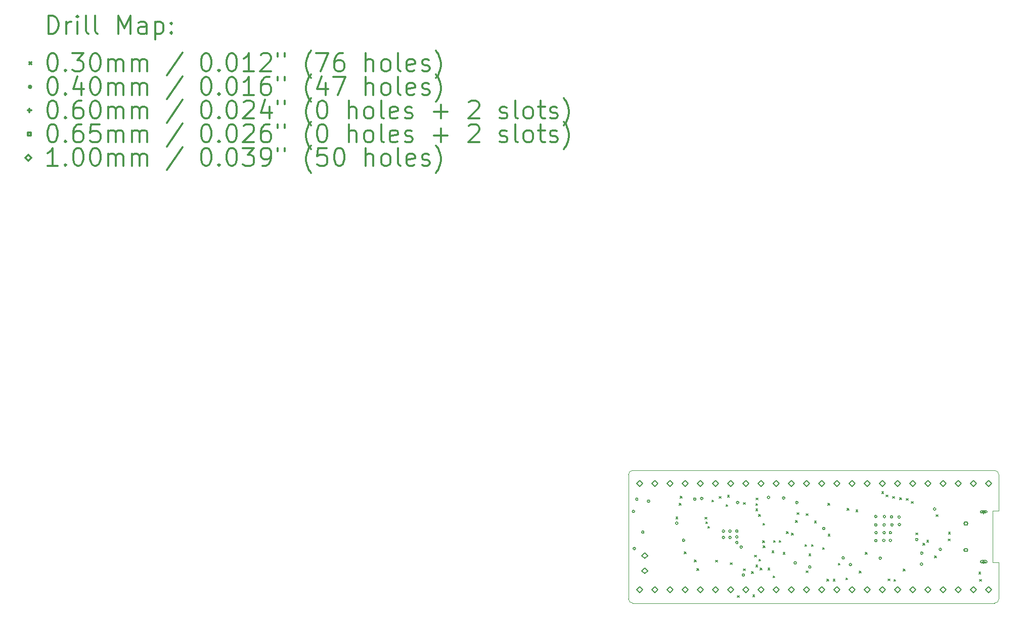
<source format=gbr>
%FSLAX45Y45*%
G04 Gerber Fmt 4.5, Leading zero omitted, Abs format (unit mm)*
G04 Created by KiCad (PCBNEW (5.1.5)-3) date 2020-06-05 17:01:06*
%MOMM*%
%LPD*%
G04 APERTURE LIST*
%TA.AperFunction,Profile*%
%ADD10C,0.050000*%
%TD*%
%ADD11C,0.200000*%
%ADD12C,0.300000*%
G04 APERTURE END LIST*
D10*
X10000000Y-7848000D02*
G75*
G02X10070000Y-7778000I70000J0D01*
G01*
X16130000Y-7778000D02*
G75*
G02X16200000Y-7848000I0J-70000D01*
G01*
X16200000Y-9930000D02*
G75*
G02X16130000Y-10000000I-70000J0D01*
G01*
X10070000Y-10000000D02*
G75*
G02X10000000Y-9930000I0J70000D01*
G01*
X16200000Y-9320000D02*
X16100000Y-9320000D01*
X16200000Y-8450000D02*
X16100000Y-8450000D01*
X16100000Y-9320000D02*
X16100000Y-8450000D01*
X16200000Y-9930000D02*
X16200000Y-9320000D01*
X10000000Y-7848000D02*
X10000000Y-9930000D01*
X16130000Y-7778000D02*
X10070000Y-7778000D01*
X16200000Y-8450000D02*
X16200000Y-7848000D01*
X10070000Y-10000000D02*
X16130000Y-10000000D01*
D11*
X10792700Y-8556399D02*
X10822700Y-8586399D01*
X10822700Y-8556399D02*
X10792700Y-8586399D01*
X10850000Y-8328750D02*
X10880000Y-8358750D01*
X10880000Y-8328750D02*
X10850000Y-8358750D01*
X10866000Y-8209000D02*
X10896000Y-8239000D01*
X10896000Y-8209000D02*
X10866000Y-8239000D01*
X10932400Y-9141700D02*
X10962400Y-9171700D01*
X10962400Y-9141700D02*
X10932400Y-9171700D01*
X11102600Y-9277400D02*
X11132600Y-9307400D01*
X11132600Y-9277400D02*
X11102600Y-9307400D01*
X11145950Y-9420950D02*
X11175950Y-9450950D01*
X11175950Y-9420950D02*
X11145950Y-9450950D01*
X11280400Y-8561000D02*
X11310400Y-8591000D01*
X11310400Y-8561000D02*
X11280400Y-8591000D01*
X11294350Y-8638800D02*
X11324350Y-8668800D01*
X11324350Y-8638800D02*
X11294350Y-8668800D01*
X11327400Y-8713400D02*
X11357400Y-8743400D01*
X11357400Y-8713400D02*
X11327400Y-8743400D01*
X11395000Y-8275000D02*
X11425000Y-8305000D01*
X11425000Y-8275000D02*
X11395000Y-8305000D01*
X11458200Y-9280150D02*
X11488200Y-9310150D01*
X11488200Y-9280150D02*
X11458200Y-9310150D01*
X11517442Y-8215242D02*
X11547442Y-8245242D01*
X11547442Y-8215242D02*
X11517442Y-8245242D01*
X11631229Y-8350001D02*
X11661229Y-8380001D01*
X11661229Y-8350001D02*
X11631229Y-8380001D01*
X11660000Y-8195000D02*
X11690000Y-8225000D01*
X11690000Y-8195000D02*
X11660000Y-8225000D01*
X11705850Y-9325000D02*
X11735850Y-9355000D01*
X11735850Y-9325000D02*
X11705850Y-9355000D01*
X11825000Y-9875000D02*
X11855000Y-9905000D01*
X11855000Y-9875000D02*
X11825000Y-9905000D01*
X11923000Y-8317000D02*
X11953000Y-8347000D01*
X11953000Y-8317000D02*
X11923000Y-8347000D01*
X11925000Y-9425000D02*
X11955000Y-9455000D01*
X11955000Y-9425000D02*
X11925000Y-9455000D01*
X12061450Y-9470650D02*
X12091450Y-9500650D01*
X12091450Y-9470650D02*
X12061450Y-9500650D01*
X12080000Y-9860000D02*
X12110000Y-9890000D01*
X12110000Y-9860000D02*
X12080000Y-9890000D01*
X12113037Y-9196966D02*
X12143037Y-9226966D01*
X12143037Y-9196966D02*
X12113037Y-9226966D01*
X12131300Y-8334000D02*
X12161300Y-8364000D01*
X12161300Y-8334000D02*
X12131300Y-8364000D01*
X12131300Y-8422900D02*
X12161300Y-8452900D01*
X12161300Y-8422900D02*
X12131300Y-8452900D01*
X12133338Y-9360001D02*
X12163338Y-9390001D01*
X12163338Y-9360001D02*
X12133338Y-9390001D01*
X12135741Y-8239569D02*
X12165741Y-8269569D01*
X12165741Y-8239569D02*
X12135741Y-8269569D01*
X12179781Y-8513050D02*
X12209781Y-8543050D01*
X12209781Y-8513050D02*
X12179781Y-8543050D01*
X12185000Y-9265000D02*
X12215000Y-9295000D01*
X12215000Y-9265000D02*
X12185000Y-9295000D01*
X12202675Y-9413001D02*
X12232675Y-9443001D01*
X12232675Y-9413001D02*
X12202675Y-9443001D01*
X12247223Y-8954096D02*
X12277223Y-8984096D01*
X12277223Y-8954096D02*
X12247223Y-8984096D01*
X12249782Y-8662271D02*
X12279782Y-8692271D01*
X12279782Y-8662271D02*
X12249782Y-8692271D01*
X12257000Y-9042000D02*
X12287000Y-9072000D01*
X12287000Y-9042000D02*
X12257000Y-9072000D01*
X12336561Y-9413439D02*
X12366561Y-9443439D01*
X12366561Y-9413439D02*
X12336561Y-9443439D01*
X12405000Y-9124000D02*
X12435000Y-9154000D01*
X12435000Y-9124000D02*
X12405000Y-9154000D01*
X12419938Y-9543061D02*
X12449938Y-9573061D01*
X12449938Y-9543061D02*
X12419938Y-9573061D01*
X12429000Y-8951759D02*
X12459000Y-8981759D01*
X12459000Y-8951759D02*
X12429000Y-8981759D01*
X12521000Y-8951759D02*
X12551000Y-8981759D01*
X12551000Y-8951759D02*
X12521000Y-8981759D01*
X12588002Y-9152000D02*
X12618002Y-9182000D01*
X12618002Y-9152000D02*
X12588002Y-9182000D01*
X12644999Y-8804986D02*
X12674999Y-8834986D01*
X12674999Y-8804986D02*
X12644999Y-8834986D01*
X12730000Y-8830000D02*
X12760000Y-8860000D01*
X12760000Y-8830000D02*
X12730000Y-8860000D01*
X12796800Y-8615500D02*
X12826800Y-8645500D01*
X12826800Y-8615500D02*
X12796800Y-8645500D01*
X12824000Y-8486000D02*
X12854000Y-8516000D01*
X12854000Y-8486000D02*
X12824000Y-8516000D01*
X12955000Y-9020759D02*
X12985000Y-9050759D01*
X12985000Y-9020759D02*
X12955000Y-9050759D01*
X12973000Y-8503000D02*
X13003000Y-8533000D01*
X13003000Y-8503000D02*
X12973000Y-8533000D01*
X12975308Y-9460890D02*
X13005308Y-9490890D01*
X13005308Y-9460890D02*
X12975308Y-9490890D01*
X13021000Y-9177000D02*
X13051000Y-9207000D01*
X13051000Y-9177000D02*
X13021000Y-9207000D01*
X13065000Y-9020759D02*
X13095000Y-9050759D01*
X13095000Y-9020759D02*
X13065000Y-9050759D01*
X13115000Y-8623000D02*
X13145000Y-8653000D01*
X13145000Y-8623000D02*
X13115000Y-8653000D01*
X13251000Y-9071000D02*
X13281000Y-9101000D01*
X13281000Y-9071000D02*
X13251000Y-9101000D01*
X13323000Y-9599000D02*
X13353000Y-9629000D01*
X13353000Y-9599000D02*
X13323000Y-9629000D01*
X13340000Y-8330000D02*
X13370000Y-8360000D01*
X13370000Y-8330000D02*
X13340000Y-8360000D01*
X13342000Y-8844000D02*
X13372000Y-8874000D01*
X13372000Y-8844000D02*
X13342000Y-8874000D01*
X13426000Y-9601000D02*
X13456000Y-9631000D01*
X13456000Y-9601000D02*
X13426000Y-9631000D01*
X13511000Y-9333000D02*
X13541000Y-9363000D01*
X13541000Y-9333000D02*
X13511000Y-9363000D01*
X13640000Y-9578000D02*
X13670000Y-9608000D01*
X13670000Y-9578000D02*
X13640000Y-9608000D01*
X13658837Y-8412187D02*
X13688837Y-8442187D01*
X13688837Y-8412187D02*
X13658837Y-8442187D01*
X13810000Y-8440000D02*
X13840000Y-8470000D01*
X13840000Y-8440000D02*
X13810000Y-8470000D01*
X13865000Y-9465000D02*
X13895000Y-9495000D01*
X13895000Y-9465000D02*
X13865000Y-9495000D01*
X13965000Y-9150000D02*
X13995000Y-9180000D01*
X13995000Y-9150000D02*
X13965000Y-9180000D01*
X14240000Y-8135000D02*
X14270000Y-8165000D01*
X14270000Y-8135000D02*
X14240000Y-8165000D01*
X14314216Y-8190241D02*
X14344216Y-8220241D01*
X14344216Y-8190241D02*
X14314216Y-8220241D01*
X14345000Y-9595000D02*
X14375000Y-9625000D01*
X14375000Y-9595000D02*
X14345000Y-9625000D01*
X14423000Y-8216000D02*
X14453000Y-8246000D01*
X14453000Y-8216000D02*
X14423000Y-8246000D01*
X14445000Y-9605000D02*
X14475000Y-9635000D01*
X14475000Y-9605000D02*
X14445000Y-9635000D01*
X14539547Y-8235219D02*
X14569547Y-8265219D01*
X14569547Y-8235219D02*
X14539547Y-8265219D01*
X14602200Y-9427800D02*
X14632200Y-9457800D01*
X14632200Y-9427800D02*
X14602200Y-9457800D01*
X14650000Y-8250000D02*
X14680000Y-8280000D01*
X14680000Y-8250000D02*
X14650000Y-8280000D01*
X14735000Y-8299000D02*
X14765000Y-8329000D01*
X14765000Y-8299000D02*
X14735000Y-8329000D01*
X14810000Y-8825000D02*
X14840000Y-8855000D01*
X14840000Y-8825000D02*
X14810000Y-8855000D01*
X14930000Y-9000000D02*
X14960000Y-9030000D01*
X14960000Y-9000000D02*
X14930000Y-9030000D01*
X14995000Y-8945000D02*
X15025000Y-8975000D01*
X15025000Y-8945000D02*
X14995000Y-8975000D01*
X15123704Y-9208463D02*
X15153704Y-9238463D01*
X15153704Y-9208463D02*
X15123704Y-9238463D01*
X15148800Y-8519400D02*
X15178800Y-8549400D01*
X15178800Y-8519400D02*
X15148800Y-8549400D01*
X15355000Y-8925000D02*
X15385000Y-8955000D01*
X15385000Y-8925000D02*
X15355000Y-8955000D01*
X15360000Y-8810000D02*
X15390000Y-8840000D01*
X15390000Y-8810000D02*
X15360000Y-8840000D01*
X15868000Y-9479000D02*
X15898000Y-9509000D01*
X15898000Y-9479000D02*
X15868000Y-9509000D01*
X15880000Y-9605000D02*
X15910000Y-9635000D01*
X15910000Y-9605000D02*
X15880000Y-9635000D01*
X10103000Y-8464000D02*
G75*
G03X10103000Y-8464000I-20000J0D01*
G01*
X10116500Y-9086850D02*
G75*
G03X10116500Y-9086850I-20000J0D01*
G01*
X10159000Y-8260000D02*
G75*
G03X10159000Y-8260000I-20000J0D01*
G01*
X10260000Y-8810000D02*
G75*
G03X10260000Y-8810000I-20000J0D01*
G01*
X10355800Y-8292100D02*
G75*
G03X10355800Y-8292100I-20000J0D01*
G01*
X10827700Y-8661400D02*
G75*
G03X10827700Y-8661400I-20000J0D01*
G01*
X10942000Y-8947150D02*
G75*
G03X10942000Y-8947150I-20000J0D01*
G01*
X11129000Y-8258000D02*
G75*
G03X11129000Y-8258000I-20000J0D01*
G01*
X11246000Y-8248000D02*
G75*
G03X11246000Y-8248000I-20000J0D01*
G01*
X11609240Y-8794240D02*
G75*
G03X11609240Y-8794240I-20000J0D01*
G01*
X11609240Y-8899240D02*
G75*
G03X11609240Y-8899240I-20000J0D01*
G01*
X11719240Y-8794240D02*
G75*
G03X11719240Y-8794240I-20000J0D01*
G01*
X11719240Y-8899240D02*
G75*
G03X11719240Y-8899240I-20000J0D01*
G01*
X11834240Y-8794240D02*
G75*
G03X11834240Y-8794240I-20000J0D01*
G01*
X11834240Y-8889240D02*
G75*
G03X11834240Y-8889240I-20000J0D01*
G01*
X11834240Y-8984240D02*
G75*
G03X11834240Y-8984240I-20000J0D01*
G01*
X11847344Y-8315794D02*
G75*
G03X11847344Y-8315794I-20000J0D01*
G01*
X11906348Y-9060174D02*
G75*
G03X11906348Y-9060174I-20000J0D01*
G01*
X11941801Y-9530202D02*
G75*
G03X11941801Y-9530202I-20000J0D01*
G01*
X12364400Y-8229600D02*
G75*
G03X12364400Y-8229600I-20000J0D01*
G01*
X12618454Y-8239558D02*
G75*
G03X12618454Y-8239558I-20000J0D01*
G01*
X12811000Y-9325000D02*
G75*
G03X12811000Y-9325000I-20000J0D01*
G01*
X12838996Y-8316251D02*
G75*
G03X12838996Y-8316251I-20000J0D01*
G01*
X13055000Y-9395000D02*
G75*
G03X13055000Y-9395000I-20000J0D01*
G01*
X13290000Y-8750000D02*
G75*
G03X13290000Y-8750000I-20000J0D01*
G01*
X13613800Y-9242600D02*
G75*
G03X13613800Y-9242600I-20000J0D01*
G01*
X13736126Y-9354759D02*
G75*
G03X13736126Y-9354759I-20000J0D01*
G01*
X14160000Y-8550000D02*
G75*
G03X14160000Y-8550000I-20000J0D01*
G01*
X14160000Y-8690000D02*
G75*
G03X14160000Y-8690000I-20000J0D01*
G01*
X14160000Y-8955000D02*
G75*
G03X14160000Y-8955000I-20000J0D01*
G01*
X14165000Y-8820000D02*
G75*
G03X14165000Y-8820000I-20000J0D01*
G01*
X14234591Y-9247043D02*
G75*
G03X14234591Y-9247043I-20000J0D01*
G01*
X14295000Y-8950000D02*
G75*
G03X14295000Y-8950000I-20000J0D01*
G01*
X14300000Y-8690000D02*
G75*
G03X14300000Y-8690000I-20000J0D01*
G01*
X14300000Y-8820000D02*
G75*
G03X14300000Y-8820000I-20000J0D01*
G01*
X14305000Y-8550000D02*
G75*
G03X14305000Y-8550000I-20000J0D01*
G01*
X14405000Y-8820000D02*
G75*
G03X14405000Y-8820000I-20000J0D01*
G01*
X14405000Y-8950000D02*
G75*
G03X14405000Y-8950000I-20000J0D01*
G01*
X14425000Y-8555000D02*
G75*
G03X14425000Y-8555000I-20000J0D01*
G01*
X14430000Y-8690000D02*
G75*
G03X14430000Y-8690000I-20000J0D01*
G01*
X14550000Y-8560000D02*
G75*
G03X14550000Y-8560000I-20000J0D01*
G01*
X14555000Y-8685000D02*
G75*
G03X14555000Y-8685000I-20000J0D01*
G01*
X14844959Y-8934974D02*
G75*
G03X14844959Y-8934974I-20000J0D01*
G01*
X14925135Y-9346473D02*
G75*
G03X14925135Y-9346473I-20000J0D01*
G01*
X14929800Y-9163050D02*
G75*
G03X14929800Y-9163050I-20000J0D01*
G01*
X15145000Y-8425000D02*
G75*
G03X15145000Y-8425000I-20000J0D01*
G01*
X15240000Y-9100000D02*
G75*
G03X15240000Y-9100000I-20000J0D01*
G01*
X15947500Y-8441500D02*
X15947500Y-8501500D01*
X15917500Y-8471500D02*
X15977500Y-8471500D01*
X15912500Y-8491500D02*
X15982500Y-8491500D01*
X15912500Y-8451500D02*
X15982500Y-8451500D01*
X15982500Y-8491500D02*
G75*
G03X15982500Y-8451500I0J20000D01*
G01*
X15912500Y-8451500D02*
G75*
G03X15912500Y-8491500I0J-20000D01*
G01*
X15947500Y-9276500D02*
X15947500Y-9336500D01*
X15917500Y-9306500D02*
X15977500Y-9306500D01*
X15912500Y-9326500D02*
X15982500Y-9326500D01*
X15912500Y-9286500D02*
X15982500Y-9286500D01*
X15982500Y-9326500D02*
G75*
G03X15982500Y-9286500I0J20000D01*
G01*
X15912500Y-9286500D02*
G75*
G03X15912500Y-9326500I0J-20000D01*
G01*
X15670481Y-8689481D02*
X15670481Y-8643519D01*
X15624519Y-8643519D01*
X15624519Y-8689481D01*
X15670481Y-8689481D01*
X15637500Y-8689000D02*
X15657500Y-8689000D01*
X15637500Y-8644000D02*
X15657500Y-8644000D01*
X15657500Y-8689000D02*
G75*
G03X15657500Y-8644000I0J22500D01*
G01*
X15637500Y-8644000D02*
G75*
G03X15637500Y-8689000I0J-22500D01*
G01*
X15670481Y-9134481D02*
X15670481Y-9088519D01*
X15624519Y-9088519D01*
X15624519Y-9134481D01*
X15670481Y-9134481D01*
X15637500Y-9134000D02*
X15657500Y-9134000D01*
X15637500Y-9089000D02*
X15657500Y-9089000D01*
X15657500Y-9134000D02*
G75*
G03X15657500Y-9089000I0J22500D01*
G01*
X15637500Y-9089000D02*
G75*
G03X15637500Y-9134000I0J-22500D01*
G01*
X10190000Y-8050000D02*
X10240000Y-8000000D01*
X10190000Y-7950000D01*
X10140000Y-8000000D01*
X10190000Y-8050000D01*
X10444000Y-8050000D02*
X10494000Y-8000000D01*
X10444000Y-7950000D01*
X10394000Y-8000000D01*
X10444000Y-8050000D01*
X10698000Y-8050000D02*
X10748000Y-8000000D01*
X10698000Y-7950000D01*
X10648000Y-8000000D01*
X10698000Y-8050000D01*
X10952000Y-8050000D02*
X11002000Y-8000000D01*
X10952000Y-7950000D01*
X10902000Y-8000000D01*
X10952000Y-8050000D01*
X11206000Y-8050000D02*
X11256000Y-8000000D01*
X11206000Y-7950000D01*
X11156000Y-8000000D01*
X11206000Y-8050000D01*
X11460000Y-8050000D02*
X11510000Y-8000000D01*
X11460000Y-7950000D01*
X11410000Y-8000000D01*
X11460000Y-8050000D01*
X11714000Y-8050000D02*
X11764000Y-8000000D01*
X11714000Y-7950000D01*
X11664000Y-8000000D01*
X11714000Y-8050000D01*
X11968000Y-8050000D02*
X12018000Y-8000000D01*
X11968000Y-7950000D01*
X11918000Y-8000000D01*
X11968000Y-8050000D01*
X12222000Y-8050000D02*
X12272000Y-8000000D01*
X12222000Y-7950000D01*
X12172000Y-8000000D01*
X12222000Y-8050000D01*
X12476000Y-8050000D02*
X12526000Y-8000000D01*
X12476000Y-7950000D01*
X12426000Y-8000000D01*
X12476000Y-8050000D01*
X12730000Y-8050000D02*
X12780000Y-8000000D01*
X12730000Y-7950000D01*
X12680000Y-8000000D01*
X12730000Y-8050000D01*
X12984000Y-8050000D02*
X13034000Y-8000000D01*
X12984000Y-7950000D01*
X12934000Y-8000000D01*
X12984000Y-8050000D01*
X13238000Y-8050000D02*
X13288000Y-8000000D01*
X13238000Y-7950000D01*
X13188000Y-8000000D01*
X13238000Y-8050000D01*
X13492000Y-8050000D02*
X13542000Y-8000000D01*
X13492000Y-7950000D01*
X13442000Y-8000000D01*
X13492000Y-8050000D01*
X13746000Y-8050000D02*
X13796000Y-8000000D01*
X13746000Y-7950000D01*
X13696000Y-8000000D01*
X13746000Y-8050000D01*
X14000000Y-8050000D02*
X14050000Y-8000000D01*
X14000000Y-7950000D01*
X13950000Y-8000000D01*
X14000000Y-8050000D01*
X14254000Y-8050000D02*
X14304000Y-8000000D01*
X14254000Y-7950000D01*
X14204000Y-8000000D01*
X14254000Y-8050000D01*
X14508000Y-8050000D02*
X14558000Y-8000000D01*
X14508000Y-7950000D01*
X14458000Y-8000000D01*
X14508000Y-8050000D01*
X14762000Y-8050000D02*
X14812000Y-8000000D01*
X14762000Y-7950000D01*
X14712000Y-8000000D01*
X14762000Y-8050000D01*
X15016000Y-8050000D02*
X15066000Y-8000000D01*
X15016000Y-7950000D01*
X14966000Y-8000000D01*
X15016000Y-8050000D01*
X15270000Y-8050000D02*
X15320000Y-8000000D01*
X15270000Y-7950000D01*
X15220000Y-8000000D01*
X15270000Y-8050000D01*
X15524000Y-8050000D02*
X15574000Y-8000000D01*
X15524000Y-7950000D01*
X15474000Y-8000000D01*
X15524000Y-8050000D01*
X15778000Y-8050000D02*
X15828000Y-8000000D01*
X15778000Y-7950000D01*
X15728000Y-8000000D01*
X15778000Y-8050000D01*
X16032000Y-8050000D02*
X16082000Y-8000000D01*
X16032000Y-7950000D01*
X15982000Y-8000000D01*
X16032000Y-8050000D01*
X10190000Y-9828000D02*
X10240000Y-9778000D01*
X10190000Y-9728000D01*
X10140000Y-9778000D01*
X10190000Y-9828000D01*
X10444000Y-9828000D02*
X10494000Y-9778000D01*
X10444000Y-9728000D01*
X10394000Y-9778000D01*
X10444000Y-9828000D01*
X10698000Y-9828000D02*
X10748000Y-9778000D01*
X10698000Y-9728000D01*
X10648000Y-9778000D01*
X10698000Y-9828000D01*
X10952000Y-9828000D02*
X11002000Y-9778000D01*
X10952000Y-9728000D01*
X10902000Y-9778000D01*
X10952000Y-9828000D01*
X11206000Y-9828000D02*
X11256000Y-9778000D01*
X11206000Y-9728000D01*
X11156000Y-9778000D01*
X11206000Y-9828000D01*
X11460000Y-9828000D02*
X11510000Y-9778000D01*
X11460000Y-9728000D01*
X11410000Y-9778000D01*
X11460000Y-9828000D01*
X11714000Y-9828000D02*
X11764000Y-9778000D01*
X11714000Y-9728000D01*
X11664000Y-9778000D01*
X11714000Y-9828000D01*
X11968000Y-9828000D02*
X12018000Y-9778000D01*
X11968000Y-9728000D01*
X11918000Y-9778000D01*
X11968000Y-9828000D01*
X12222000Y-9828000D02*
X12272000Y-9778000D01*
X12222000Y-9728000D01*
X12172000Y-9778000D01*
X12222000Y-9828000D01*
X12476000Y-9828000D02*
X12526000Y-9778000D01*
X12476000Y-9728000D01*
X12426000Y-9778000D01*
X12476000Y-9828000D01*
X12730000Y-9828000D02*
X12780000Y-9778000D01*
X12730000Y-9728000D01*
X12680000Y-9778000D01*
X12730000Y-9828000D01*
X12984000Y-9828000D02*
X13034000Y-9778000D01*
X12984000Y-9728000D01*
X12934000Y-9778000D01*
X12984000Y-9828000D01*
X13238000Y-9828000D02*
X13288000Y-9778000D01*
X13238000Y-9728000D01*
X13188000Y-9778000D01*
X13238000Y-9828000D01*
X13492000Y-9828000D02*
X13542000Y-9778000D01*
X13492000Y-9728000D01*
X13442000Y-9778000D01*
X13492000Y-9828000D01*
X13746000Y-9828000D02*
X13796000Y-9778000D01*
X13746000Y-9728000D01*
X13696000Y-9778000D01*
X13746000Y-9828000D01*
X14000000Y-9828000D02*
X14050000Y-9778000D01*
X14000000Y-9728000D01*
X13950000Y-9778000D01*
X14000000Y-9828000D01*
X14254000Y-9828000D02*
X14304000Y-9778000D01*
X14254000Y-9728000D01*
X14204000Y-9778000D01*
X14254000Y-9828000D01*
X14508000Y-9828000D02*
X14558000Y-9778000D01*
X14508000Y-9728000D01*
X14458000Y-9778000D01*
X14508000Y-9828000D01*
X14762000Y-9828000D02*
X14812000Y-9778000D01*
X14762000Y-9728000D01*
X14712000Y-9778000D01*
X14762000Y-9828000D01*
X15016000Y-9828000D02*
X15066000Y-9778000D01*
X15016000Y-9728000D01*
X14966000Y-9778000D01*
X15016000Y-9828000D01*
X15270000Y-9828000D02*
X15320000Y-9778000D01*
X15270000Y-9728000D01*
X15220000Y-9778000D01*
X15270000Y-9828000D01*
X15524000Y-9828000D02*
X15574000Y-9778000D01*
X15524000Y-9728000D01*
X15474000Y-9778000D01*
X15524000Y-9828000D01*
X15778000Y-9828000D02*
X15828000Y-9778000D01*
X15778000Y-9728000D01*
X15728000Y-9778000D01*
X15778000Y-9828000D01*
X16032000Y-9828000D02*
X16082000Y-9778000D01*
X16032000Y-9728000D01*
X15982000Y-9778000D01*
X16032000Y-9828000D01*
X10270000Y-9254000D02*
X10320000Y-9204000D01*
X10270000Y-9154000D01*
X10220000Y-9204000D01*
X10270000Y-9254000D01*
X10270000Y-9508000D02*
X10320000Y-9458000D01*
X10270000Y-9408000D01*
X10220000Y-9458000D01*
X10270000Y-9508000D01*
D12*
X286429Y-465714D02*
X286429Y-165714D01*
X357857Y-165714D01*
X400714Y-180000D01*
X429286Y-208571D01*
X443571Y-237143D01*
X457857Y-294286D01*
X457857Y-337143D01*
X443571Y-394286D01*
X429286Y-422857D01*
X400714Y-451428D01*
X357857Y-465714D01*
X286429Y-465714D01*
X586429Y-465714D02*
X586429Y-265714D01*
X586429Y-322857D02*
X600714Y-294286D01*
X615000Y-280000D01*
X643571Y-265714D01*
X672143Y-265714D01*
X772143Y-465714D02*
X772143Y-265714D01*
X772143Y-165714D02*
X757857Y-180000D01*
X772143Y-194286D01*
X786428Y-180000D01*
X772143Y-165714D01*
X772143Y-194286D01*
X957857Y-465714D02*
X929286Y-451428D01*
X915000Y-422857D01*
X915000Y-165714D01*
X1115000Y-465714D02*
X1086429Y-451428D01*
X1072143Y-422857D01*
X1072143Y-165714D01*
X1457857Y-465714D02*
X1457857Y-165714D01*
X1557857Y-380000D01*
X1657857Y-165714D01*
X1657857Y-465714D01*
X1929286Y-465714D02*
X1929286Y-308571D01*
X1915000Y-280000D01*
X1886428Y-265714D01*
X1829286Y-265714D01*
X1800714Y-280000D01*
X1929286Y-451428D02*
X1900714Y-465714D01*
X1829286Y-465714D01*
X1800714Y-451428D01*
X1786428Y-422857D01*
X1786428Y-394286D01*
X1800714Y-365714D01*
X1829286Y-351428D01*
X1900714Y-351428D01*
X1929286Y-337143D01*
X2072143Y-265714D02*
X2072143Y-565714D01*
X2072143Y-280000D02*
X2100714Y-265714D01*
X2157857Y-265714D01*
X2186429Y-280000D01*
X2200714Y-294286D01*
X2215000Y-322857D01*
X2215000Y-408571D01*
X2200714Y-437143D01*
X2186429Y-451428D01*
X2157857Y-465714D01*
X2100714Y-465714D01*
X2072143Y-451428D01*
X2343571Y-437143D02*
X2357857Y-451428D01*
X2343571Y-465714D01*
X2329286Y-451428D01*
X2343571Y-437143D01*
X2343571Y-465714D01*
X2343571Y-280000D02*
X2357857Y-294286D01*
X2343571Y-308571D01*
X2329286Y-294286D01*
X2343571Y-280000D01*
X2343571Y-308571D01*
X-30000Y-945000D02*
X0Y-975000D01*
X0Y-945000D02*
X-30000Y-975000D01*
X343571Y-795714D02*
X372143Y-795714D01*
X400714Y-810000D01*
X415000Y-824286D01*
X429286Y-852857D01*
X443571Y-910000D01*
X443571Y-981428D01*
X429286Y-1038571D01*
X415000Y-1067143D01*
X400714Y-1081429D01*
X372143Y-1095714D01*
X343571Y-1095714D01*
X315000Y-1081429D01*
X300714Y-1067143D01*
X286429Y-1038571D01*
X272143Y-981428D01*
X272143Y-910000D01*
X286429Y-852857D01*
X300714Y-824286D01*
X315000Y-810000D01*
X343571Y-795714D01*
X572143Y-1067143D02*
X586429Y-1081429D01*
X572143Y-1095714D01*
X557857Y-1081429D01*
X572143Y-1067143D01*
X572143Y-1095714D01*
X686429Y-795714D02*
X872143Y-795714D01*
X772143Y-910000D01*
X815000Y-910000D01*
X843571Y-924286D01*
X857857Y-938571D01*
X872143Y-967143D01*
X872143Y-1038571D01*
X857857Y-1067143D01*
X843571Y-1081429D01*
X815000Y-1095714D01*
X729286Y-1095714D01*
X700714Y-1081429D01*
X686429Y-1067143D01*
X1057857Y-795714D02*
X1086429Y-795714D01*
X1115000Y-810000D01*
X1129286Y-824286D01*
X1143571Y-852857D01*
X1157857Y-910000D01*
X1157857Y-981428D01*
X1143571Y-1038571D01*
X1129286Y-1067143D01*
X1115000Y-1081429D01*
X1086429Y-1095714D01*
X1057857Y-1095714D01*
X1029286Y-1081429D01*
X1015000Y-1067143D01*
X1000714Y-1038571D01*
X986428Y-981428D01*
X986428Y-910000D01*
X1000714Y-852857D01*
X1015000Y-824286D01*
X1029286Y-810000D01*
X1057857Y-795714D01*
X1286429Y-1095714D02*
X1286429Y-895714D01*
X1286429Y-924286D02*
X1300714Y-910000D01*
X1329286Y-895714D01*
X1372143Y-895714D01*
X1400714Y-910000D01*
X1415000Y-938571D01*
X1415000Y-1095714D01*
X1415000Y-938571D02*
X1429286Y-910000D01*
X1457857Y-895714D01*
X1500714Y-895714D01*
X1529286Y-910000D01*
X1543571Y-938571D01*
X1543571Y-1095714D01*
X1686428Y-1095714D02*
X1686428Y-895714D01*
X1686428Y-924286D02*
X1700714Y-910000D01*
X1729286Y-895714D01*
X1772143Y-895714D01*
X1800714Y-910000D01*
X1815000Y-938571D01*
X1815000Y-1095714D01*
X1815000Y-938571D02*
X1829286Y-910000D01*
X1857857Y-895714D01*
X1900714Y-895714D01*
X1929286Y-910000D01*
X1943571Y-938571D01*
X1943571Y-1095714D01*
X2529286Y-781428D02*
X2272143Y-1167143D01*
X2915000Y-795714D02*
X2943571Y-795714D01*
X2972143Y-810000D01*
X2986428Y-824286D01*
X3000714Y-852857D01*
X3015000Y-910000D01*
X3015000Y-981428D01*
X3000714Y-1038571D01*
X2986428Y-1067143D01*
X2972143Y-1081429D01*
X2943571Y-1095714D01*
X2915000Y-1095714D01*
X2886428Y-1081429D01*
X2872143Y-1067143D01*
X2857857Y-1038571D01*
X2843571Y-981428D01*
X2843571Y-910000D01*
X2857857Y-852857D01*
X2872143Y-824286D01*
X2886428Y-810000D01*
X2915000Y-795714D01*
X3143571Y-1067143D02*
X3157857Y-1081429D01*
X3143571Y-1095714D01*
X3129286Y-1081429D01*
X3143571Y-1067143D01*
X3143571Y-1095714D01*
X3343571Y-795714D02*
X3372143Y-795714D01*
X3400714Y-810000D01*
X3415000Y-824286D01*
X3429286Y-852857D01*
X3443571Y-910000D01*
X3443571Y-981428D01*
X3429286Y-1038571D01*
X3415000Y-1067143D01*
X3400714Y-1081429D01*
X3372143Y-1095714D01*
X3343571Y-1095714D01*
X3315000Y-1081429D01*
X3300714Y-1067143D01*
X3286428Y-1038571D01*
X3272143Y-981428D01*
X3272143Y-910000D01*
X3286428Y-852857D01*
X3300714Y-824286D01*
X3315000Y-810000D01*
X3343571Y-795714D01*
X3729286Y-1095714D02*
X3557857Y-1095714D01*
X3643571Y-1095714D02*
X3643571Y-795714D01*
X3615000Y-838571D01*
X3586428Y-867143D01*
X3557857Y-881428D01*
X3843571Y-824286D02*
X3857857Y-810000D01*
X3886428Y-795714D01*
X3957857Y-795714D01*
X3986428Y-810000D01*
X4000714Y-824286D01*
X4015000Y-852857D01*
X4015000Y-881428D01*
X4000714Y-924286D01*
X3829286Y-1095714D01*
X4015000Y-1095714D01*
X4129286Y-795714D02*
X4129286Y-852857D01*
X4243571Y-795714D02*
X4243571Y-852857D01*
X4686429Y-1210000D02*
X4672143Y-1195714D01*
X4643571Y-1152857D01*
X4629286Y-1124286D01*
X4615000Y-1081429D01*
X4600714Y-1010000D01*
X4600714Y-952857D01*
X4615000Y-881428D01*
X4629286Y-838571D01*
X4643571Y-810000D01*
X4672143Y-767143D01*
X4686429Y-752857D01*
X4772143Y-795714D02*
X4972143Y-795714D01*
X4843571Y-1095714D01*
X5215000Y-795714D02*
X5157857Y-795714D01*
X5129286Y-810000D01*
X5115000Y-824286D01*
X5086429Y-867143D01*
X5072143Y-924286D01*
X5072143Y-1038571D01*
X5086429Y-1067143D01*
X5100714Y-1081429D01*
X5129286Y-1095714D01*
X5186429Y-1095714D01*
X5215000Y-1081429D01*
X5229286Y-1067143D01*
X5243571Y-1038571D01*
X5243571Y-967143D01*
X5229286Y-938571D01*
X5215000Y-924286D01*
X5186429Y-910000D01*
X5129286Y-910000D01*
X5100714Y-924286D01*
X5086429Y-938571D01*
X5072143Y-967143D01*
X5600714Y-1095714D02*
X5600714Y-795714D01*
X5729286Y-1095714D02*
X5729286Y-938571D01*
X5715000Y-910000D01*
X5686428Y-895714D01*
X5643571Y-895714D01*
X5615000Y-910000D01*
X5600714Y-924286D01*
X5915000Y-1095714D02*
X5886428Y-1081429D01*
X5872143Y-1067143D01*
X5857857Y-1038571D01*
X5857857Y-952857D01*
X5872143Y-924286D01*
X5886428Y-910000D01*
X5915000Y-895714D01*
X5957857Y-895714D01*
X5986428Y-910000D01*
X6000714Y-924286D01*
X6015000Y-952857D01*
X6015000Y-1038571D01*
X6000714Y-1067143D01*
X5986428Y-1081429D01*
X5957857Y-1095714D01*
X5915000Y-1095714D01*
X6186428Y-1095714D02*
X6157857Y-1081429D01*
X6143571Y-1052857D01*
X6143571Y-795714D01*
X6415000Y-1081429D02*
X6386428Y-1095714D01*
X6329286Y-1095714D01*
X6300714Y-1081429D01*
X6286428Y-1052857D01*
X6286428Y-938571D01*
X6300714Y-910000D01*
X6329286Y-895714D01*
X6386428Y-895714D01*
X6415000Y-910000D01*
X6429286Y-938571D01*
X6429286Y-967143D01*
X6286428Y-995714D01*
X6543571Y-1081429D02*
X6572143Y-1095714D01*
X6629286Y-1095714D01*
X6657857Y-1081429D01*
X6672143Y-1052857D01*
X6672143Y-1038571D01*
X6657857Y-1010000D01*
X6629286Y-995714D01*
X6586428Y-995714D01*
X6557857Y-981428D01*
X6543571Y-952857D01*
X6543571Y-938571D01*
X6557857Y-910000D01*
X6586428Y-895714D01*
X6629286Y-895714D01*
X6657857Y-910000D01*
X6772143Y-1210000D02*
X6786428Y-1195714D01*
X6815000Y-1152857D01*
X6829286Y-1124286D01*
X6843571Y-1081429D01*
X6857857Y-1010000D01*
X6857857Y-952857D01*
X6843571Y-881428D01*
X6829286Y-838571D01*
X6815000Y-810000D01*
X6786428Y-767143D01*
X6772143Y-752857D01*
X0Y-1356000D02*
G75*
G03X0Y-1356000I-20000J0D01*
G01*
X343571Y-1191714D02*
X372143Y-1191714D01*
X400714Y-1206000D01*
X415000Y-1220286D01*
X429286Y-1248857D01*
X443571Y-1306000D01*
X443571Y-1377429D01*
X429286Y-1434571D01*
X415000Y-1463143D01*
X400714Y-1477428D01*
X372143Y-1491714D01*
X343571Y-1491714D01*
X315000Y-1477428D01*
X300714Y-1463143D01*
X286429Y-1434571D01*
X272143Y-1377429D01*
X272143Y-1306000D01*
X286429Y-1248857D01*
X300714Y-1220286D01*
X315000Y-1206000D01*
X343571Y-1191714D01*
X572143Y-1463143D02*
X586429Y-1477428D01*
X572143Y-1491714D01*
X557857Y-1477428D01*
X572143Y-1463143D01*
X572143Y-1491714D01*
X843571Y-1291714D02*
X843571Y-1491714D01*
X772143Y-1177429D02*
X700714Y-1391714D01*
X886428Y-1391714D01*
X1057857Y-1191714D02*
X1086429Y-1191714D01*
X1115000Y-1206000D01*
X1129286Y-1220286D01*
X1143571Y-1248857D01*
X1157857Y-1306000D01*
X1157857Y-1377429D01*
X1143571Y-1434571D01*
X1129286Y-1463143D01*
X1115000Y-1477428D01*
X1086429Y-1491714D01*
X1057857Y-1491714D01*
X1029286Y-1477428D01*
X1015000Y-1463143D01*
X1000714Y-1434571D01*
X986428Y-1377429D01*
X986428Y-1306000D01*
X1000714Y-1248857D01*
X1015000Y-1220286D01*
X1029286Y-1206000D01*
X1057857Y-1191714D01*
X1286429Y-1491714D02*
X1286429Y-1291714D01*
X1286429Y-1320286D02*
X1300714Y-1306000D01*
X1329286Y-1291714D01*
X1372143Y-1291714D01*
X1400714Y-1306000D01*
X1415000Y-1334571D01*
X1415000Y-1491714D01*
X1415000Y-1334571D02*
X1429286Y-1306000D01*
X1457857Y-1291714D01*
X1500714Y-1291714D01*
X1529286Y-1306000D01*
X1543571Y-1334571D01*
X1543571Y-1491714D01*
X1686428Y-1491714D02*
X1686428Y-1291714D01*
X1686428Y-1320286D02*
X1700714Y-1306000D01*
X1729286Y-1291714D01*
X1772143Y-1291714D01*
X1800714Y-1306000D01*
X1815000Y-1334571D01*
X1815000Y-1491714D01*
X1815000Y-1334571D02*
X1829286Y-1306000D01*
X1857857Y-1291714D01*
X1900714Y-1291714D01*
X1929286Y-1306000D01*
X1943571Y-1334571D01*
X1943571Y-1491714D01*
X2529286Y-1177429D02*
X2272143Y-1563143D01*
X2915000Y-1191714D02*
X2943571Y-1191714D01*
X2972143Y-1206000D01*
X2986428Y-1220286D01*
X3000714Y-1248857D01*
X3015000Y-1306000D01*
X3015000Y-1377429D01*
X3000714Y-1434571D01*
X2986428Y-1463143D01*
X2972143Y-1477428D01*
X2943571Y-1491714D01*
X2915000Y-1491714D01*
X2886428Y-1477428D01*
X2872143Y-1463143D01*
X2857857Y-1434571D01*
X2843571Y-1377429D01*
X2843571Y-1306000D01*
X2857857Y-1248857D01*
X2872143Y-1220286D01*
X2886428Y-1206000D01*
X2915000Y-1191714D01*
X3143571Y-1463143D02*
X3157857Y-1477428D01*
X3143571Y-1491714D01*
X3129286Y-1477428D01*
X3143571Y-1463143D01*
X3143571Y-1491714D01*
X3343571Y-1191714D02*
X3372143Y-1191714D01*
X3400714Y-1206000D01*
X3415000Y-1220286D01*
X3429286Y-1248857D01*
X3443571Y-1306000D01*
X3443571Y-1377429D01*
X3429286Y-1434571D01*
X3415000Y-1463143D01*
X3400714Y-1477428D01*
X3372143Y-1491714D01*
X3343571Y-1491714D01*
X3315000Y-1477428D01*
X3300714Y-1463143D01*
X3286428Y-1434571D01*
X3272143Y-1377429D01*
X3272143Y-1306000D01*
X3286428Y-1248857D01*
X3300714Y-1220286D01*
X3315000Y-1206000D01*
X3343571Y-1191714D01*
X3729286Y-1491714D02*
X3557857Y-1491714D01*
X3643571Y-1491714D02*
X3643571Y-1191714D01*
X3615000Y-1234571D01*
X3586428Y-1263143D01*
X3557857Y-1277429D01*
X3986428Y-1191714D02*
X3929286Y-1191714D01*
X3900714Y-1206000D01*
X3886428Y-1220286D01*
X3857857Y-1263143D01*
X3843571Y-1320286D01*
X3843571Y-1434571D01*
X3857857Y-1463143D01*
X3872143Y-1477428D01*
X3900714Y-1491714D01*
X3957857Y-1491714D01*
X3986428Y-1477428D01*
X4000714Y-1463143D01*
X4015000Y-1434571D01*
X4015000Y-1363143D01*
X4000714Y-1334571D01*
X3986428Y-1320286D01*
X3957857Y-1306000D01*
X3900714Y-1306000D01*
X3872143Y-1320286D01*
X3857857Y-1334571D01*
X3843571Y-1363143D01*
X4129286Y-1191714D02*
X4129286Y-1248857D01*
X4243571Y-1191714D02*
X4243571Y-1248857D01*
X4686429Y-1606000D02*
X4672143Y-1591714D01*
X4643571Y-1548857D01*
X4629286Y-1520286D01*
X4615000Y-1477428D01*
X4600714Y-1406000D01*
X4600714Y-1348857D01*
X4615000Y-1277429D01*
X4629286Y-1234571D01*
X4643571Y-1206000D01*
X4672143Y-1163143D01*
X4686429Y-1148857D01*
X4929286Y-1291714D02*
X4929286Y-1491714D01*
X4857857Y-1177429D02*
X4786429Y-1391714D01*
X4972143Y-1391714D01*
X5057857Y-1191714D02*
X5257857Y-1191714D01*
X5129286Y-1491714D01*
X5600714Y-1491714D02*
X5600714Y-1191714D01*
X5729286Y-1491714D02*
X5729286Y-1334571D01*
X5715000Y-1306000D01*
X5686428Y-1291714D01*
X5643571Y-1291714D01*
X5615000Y-1306000D01*
X5600714Y-1320286D01*
X5915000Y-1491714D02*
X5886428Y-1477428D01*
X5872143Y-1463143D01*
X5857857Y-1434571D01*
X5857857Y-1348857D01*
X5872143Y-1320286D01*
X5886428Y-1306000D01*
X5915000Y-1291714D01*
X5957857Y-1291714D01*
X5986428Y-1306000D01*
X6000714Y-1320286D01*
X6015000Y-1348857D01*
X6015000Y-1434571D01*
X6000714Y-1463143D01*
X5986428Y-1477428D01*
X5957857Y-1491714D01*
X5915000Y-1491714D01*
X6186428Y-1491714D02*
X6157857Y-1477428D01*
X6143571Y-1448857D01*
X6143571Y-1191714D01*
X6415000Y-1477428D02*
X6386428Y-1491714D01*
X6329286Y-1491714D01*
X6300714Y-1477428D01*
X6286428Y-1448857D01*
X6286428Y-1334571D01*
X6300714Y-1306000D01*
X6329286Y-1291714D01*
X6386428Y-1291714D01*
X6415000Y-1306000D01*
X6429286Y-1334571D01*
X6429286Y-1363143D01*
X6286428Y-1391714D01*
X6543571Y-1477428D02*
X6572143Y-1491714D01*
X6629286Y-1491714D01*
X6657857Y-1477428D01*
X6672143Y-1448857D01*
X6672143Y-1434571D01*
X6657857Y-1406000D01*
X6629286Y-1391714D01*
X6586428Y-1391714D01*
X6557857Y-1377429D01*
X6543571Y-1348857D01*
X6543571Y-1334571D01*
X6557857Y-1306000D01*
X6586428Y-1291714D01*
X6629286Y-1291714D01*
X6657857Y-1306000D01*
X6772143Y-1606000D02*
X6786428Y-1591714D01*
X6815000Y-1548857D01*
X6829286Y-1520286D01*
X6843571Y-1477428D01*
X6857857Y-1406000D01*
X6857857Y-1348857D01*
X6843571Y-1277429D01*
X6829286Y-1234571D01*
X6815000Y-1206000D01*
X6786428Y-1163143D01*
X6772143Y-1148857D01*
X-30000Y-1722000D02*
X-30000Y-1782000D01*
X-60000Y-1752000D02*
X0Y-1752000D01*
X343571Y-1587714D02*
X372143Y-1587714D01*
X400714Y-1602000D01*
X415000Y-1616286D01*
X429286Y-1644857D01*
X443571Y-1702000D01*
X443571Y-1773428D01*
X429286Y-1830571D01*
X415000Y-1859143D01*
X400714Y-1873428D01*
X372143Y-1887714D01*
X343571Y-1887714D01*
X315000Y-1873428D01*
X300714Y-1859143D01*
X286429Y-1830571D01*
X272143Y-1773428D01*
X272143Y-1702000D01*
X286429Y-1644857D01*
X300714Y-1616286D01*
X315000Y-1602000D01*
X343571Y-1587714D01*
X572143Y-1859143D02*
X586429Y-1873428D01*
X572143Y-1887714D01*
X557857Y-1873428D01*
X572143Y-1859143D01*
X572143Y-1887714D01*
X843571Y-1587714D02*
X786428Y-1587714D01*
X757857Y-1602000D01*
X743571Y-1616286D01*
X715000Y-1659143D01*
X700714Y-1716286D01*
X700714Y-1830571D01*
X715000Y-1859143D01*
X729286Y-1873428D01*
X757857Y-1887714D01*
X815000Y-1887714D01*
X843571Y-1873428D01*
X857857Y-1859143D01*
X872143Y-1830571D01*
X872143Y-1759143D01*
X857857Y-1730571D01*
X843571Y-1716286D01*
X815000Y-1702000D01*
X757857Y-1702000D01*
X729286Y-1716286D01*
X715000Y-1730571D01*
X700714Y-1759143D01*
X1057857Y-1587714D02*
X1086429Y-1587714D01*
X1115000Y-1602000D01*
X1129286Y-1616286D01*
X1143571Y-1644857D01*
X1157857Y-1702000D01*
X1157857Y-1773428D01*
X1143571Y-1830571D01*
X1129286Y-1859143D01*
X1115000Y-1873428D01*
X1086429Y-1887714D01*
X1057857Y-1887714D01*
X1029286Y-1873428D01*
X1015000Y-1859143D01*
X1000714Y-1830571D01*
X986428Y-1773428D01*
X986428Y-1702000D01*
X1000714Y-1644857D01*
X1015000Y-1616286D01*
X1029286Y-1602000D01*
X1057857Y-1587714D01*
X1286429Y-1887714D02*
X1286429Y-1687714D01*
X1286429Y-1716286D02*
X1300714Y-1702000D01*
X1329286Y-1687714D01*
X1372143Y-1687714D01*
X1400714Y-1702000D01*
X1415000Y-1730571D01*
X1415000Y-1887714D01*
X1415000Y-1730571D02*
X1429286Y-1702000D01*
X1457857Y-1687714D01*
X1500714Y-1687714D01*
X1529286Y-1702000D01*
X1543571Y-1730571D01*
X1543571Y-1887714D01*
X1686428Y-1887714D02*
X1686428Y-1687714D01*
X1686428Y-1716286D02*
X1700714Y-1702000D01*
X1729286Y-1687714D01*
X1772143Y-1687714D01*
X1800714Y-1702000D01*
X1815000Y-1730571D01*
X1815000Y-1887714D01*
X1815000Y-1730571D02*
X1829286Y-1702000D01*
X1857857Y-1687714D01*
X1900714Y-1687714D01*
X1929286Y-1702000D01*
X1943571Y-1730571D01*
X1943571Y-1887714D01*
X2529286Y-1573428D02*
X2272143Y-1959143D01*
X2915000Y-1587714D02*
X2943571Y-1587714D01*
X2972143Y-1602000D01*
X2986428Y-1616286D01*
X3000714Y-1644857D01*
X3015000Y-1702000D01*
X3015000Y-1773428D01*
X3000714Y-1830571D01*
X2986428Y-1859143D01*
X2972143Y-1873428D01*
X2943571Y-1887714D01*
X2915000Y-1887714D01*
X2886428Y-1873428D01*
X2872143Y-1859143D01*
X2857857Y-1830571D01*
X2843571Y-1773428D01*
X2843571Y-1702000D01*
X2857857Y-1644857D01*
X2872143Y-1616286D01*
X2886428Y-1602000D01*
X2915000Y-1587714D01*
X3143571Y-1859143D02*
X3157857Y-1873428D01*
X3143571Y-1887714D01*
X3129286Y-1873428D01*
X3143571Y-1859143D01*
X3143571Y-1887714D01*
X3343571Y-1587714D02*
X3372143Y-1587714D01*
X3400714Y-1602000D01*
X3415000Y-1616286D01*
X3429286Y-1644857D01*
X3443571Y-1702000D01*
X3443571Y-1773428D01*
X3429286Y-1830571D01*
X3415000Y-1859143D01*
X3400714Y-1873428D01*
X3372143Y-1887714D01*
X3343571Y-1887714D01*
X3315000Y-1873428D01*
X3300714Y-1859143D01*
X3286428Y-1830571D01*
X3272143Y-1773428D01*
X3272143Y-1702000D01*
X3286428Y-1644857D01*
X3300714Y-1616286D01*
X3315000Y-1602000D01*
X3343571Y-1587714D01*
X3557857Y-1616286D02*
X3572143Y-1602000D01*
X3600714Y-1587714D01*
X3672143Y-1587714D01*
X3700714Y-1602000D01*
X3715000Y-1616286D01*
X3729286Y-1644857D01*
X3729286Y-1673428D01*
X3715000Y-1716286D01*
X3543571Y-1887714D01*
X3729286Y-1887714D01*
X3986428Y-1687714D02*
X3986428Y-1887714D01*
X3915000Y-1573428D02*
X3843571Y-1787714D01*
X4029286Y-1787714D01*
X4129286Y-1587714D02*
X4129286Y-1644857D01*
X4243571Y-1587714D02*
X4243571Y-1644857D01*
X4686429Y-2002000D02*
X4672143Y-1987714D01*
X4643571Y-1944857D01*
X4629286Y-1916286D01*
X4615000Y-1873428D01*
X4600714Y-1802000D01*
X4600714Y-1744857D01*
X4615000Y-1673428D01*
X4629286Y-1630571D01*
X4643571Y-1602000D01*
X4672143Y-1559143D01*
X4686429Y-1544857D01*
X4857857Y-1587714D02*
X4886429Y-1587714D01*
X4915000Y-1602000D01*
X4929286Y-1616286D01*
X4943571Y-1644857D01*
X4957857Y-1702000D01*
X4957857Y-1773428D01*
X4943571Y-1830571D01*
X4929286Y-1859143D01*
X4915000Y-1873428D01*
X4886429Y-1887714D01*
X4857857Y-1887714D01*
X4829286Y-1873428D01*
X4815000Y-1859143D01*
X4800714Y-1830571D01*
X4786429Y-1773428D01*
X4786429Y-1702000D01*
X4800714Y-1644857D01*
X4815000Y-1616286D01*
X4829286Y-1602000D01*
X4857857Y-1587714D01*
X5315000Y-1887714D02*
X5315000Y-1587714D01*
X5443571Y-1887714D02*
X5443571Y-1730571D01*
X5429286Y-1702000D01*
X5400714Y-1687714D01*
X5357857Y-1687714D01*
X5329286Y-1702000D01*
X5315000Y-1716286D01*
X5629286Y-1887714D02*
X5600714Y-1873428D01*
X5586429Y-1859143D01*
X5572143Y-1830571D01*
X5572143Y-1744857D01*
X5586429Y-1716286D01*
X5600714Y-1702000D01*
X5629286Y-1687714D01*
X5672143Y-1687714D01*
X5700714Y-1702000D01*
X5715000Y-1716286D01*
X5729286Y-1744857D01*
X5729286Y-1830571D01*
X5715000Y-1859143D01*
X5700714Y-1873428D01*
X5672143Y-1887714D01*
X5629286Y-1887714D01*
X5900714Y-1887714D02*
X5872143Y-1873428D01*
X5857857Y-1844857D01*
X5857857Y-1587714D01*
X6129286Y-1873428D02*
X6100714Y-1887714D01*
X6043571Y-1887714D01*
X6015000Y-1873428D01*
X6000714Y-1844857D01*
X6000714Y-1730571D01*
X6015000Y-1702000D01*
X6043571Y-1687714D01*
X6100714Y-1687714D01*
X6129286Y-1702000D01*
X6143571Y-1730571D01*
X6143571Y-1759143D01*
X6000714Y-1787714D01*
X6257857Y-1873428D02*
X6286428Y-1887714D01*
X6343571Y-1887714D01*
X6372143Y-1873428D01*
X6386428Y-1844857D01*
X6386428Y-1830571D01*
X6372143Y-1802000D01*
X6343571Y-1787714D01*
X6300714Y-1787714D01*
X6272143Y-1773428D01*
X6257857Y-1744857D01*
X6257857Y-1730571D01*
X6272143Y-1702000D01*
X6300714Y-1687714D01*
X6343571Y-1687714D01*
X6372143Y-1702000D01*
X6743571Y-1773428D02*
X6972143Y-1773428D01*
X6857857Y-1887714D02*
X6857857Y-1659143D01*
X7329286Y-1616286D02*
X7343571Y-1602000D01*
X7372143Y-1587714D01*
X7443571Y-1587714D01*
X7472143Y-1602000D01*
X7486428Y-1616286D01*
X7500714Y-1644857D01*
X7500714Y-1673428D01*
X7486428Y-1716286D01*
X7315000Y-1887714D01*
X7500714Y-1887714D01*
X7843571Y-1873428D02*
X7872143Y-1887714D01*
X7929286Y-1887714D01*
X7957857Y-1873428D01*
X7972143Y-1844857D01*
X7972143Y-1830571D01*
X7957857Y-1802000D01*
X7929286Y-1787714D01*
X7886428Y-1787714D01*
X7857857Y-1773428D01*
X7843571Y-1744857D01*
X7843571Y-1730571D01*
X7857857Y-1702000D01*
X7886428Y-1687714D01*
X7929286Y-1687714D01*
X7957857Y-1702000D01*
X8143571Y-1887714D02*
X8115000Y-1873428D01*
X8100714Y-1844857D01*
X8100714Y-1587714D01*
X8300714Y-1887714D02*
X8272143Y-1873428D01*
X8257857Y-1859143D01*
X8243571Y-1830571D01*
X8243571Y-1744857D01*
X8257857Y-1716286D01*
X8272143Y-1702000D01*
X8300714Y-1687714D01*
X8343571Y-1687714D01*
X8372143Y-1702000D01*
X8386428Y-1716286D01*
X8400714Y-1744857D01*
X8400714Y-1830571D01*
X8386428Y-1859143D01*
X8372143Y-1873428D01*
X8343571Y-1887714D01*
X8300714Y-1887714D01*
X8486429Y-1687714D02*
X8600714Y-1687714D01*
X8529286Y-1587714D02*
X8529286Y-1844857D01*
X8543571Y-1873428D01*
X8572143Y-1887714D01*
X8600714Y-1887714D01*
X8686429Y-1873428D02*
X8715000Y-1887714D01*
X8772143Y-1887714D01*
X8800714Y-1873428D01*
X8815000Y-1844857D01*
X8815000Y-1830571D01*
X8800714Y-1802000D01*
X8772143Y-1787714D01*
X8729286Y-1787714D01*
X8700714Y-1773428D01*
X8686429Y-1744857D01*
X8686429Y-1730571D01*
X8700714Y-1702000D01*
X8729286Y-1687714D01*
X8772143Y-1687714D01*
X8800714Y-1702000D01*
X8915000Y-2002000D02*
X8929286Y-1987714D01*
X8957857Y-1944857D01*
X8972143Y-1916286D01*
X8986429Y-1873428D01*
X9000714Y-1802000D01*
X9000714Y-1744857D01*
X8986429Y-1673428D01*
X8972143Y-1630571D01*
X8957857Y-1602000D01*
X8929286Y-1559143D01*
X8915000Y-1544857D01*
X-9519Y-2170981D02*
X-9519Y-2125019D01*
X-55481Y-2125019D01*
X-55481Y-2170981D01*
X-9519Y-2170981D01*
X343571Y-1983714D02*
X372143Y-1983714D01*
X400714Y-1998000D01*
X415000Y-2012286D01*
X429286Y-2040857D01*
X443571Y-2098000D01*
X443571Y-2169429D01*
X429286Y-2226571D01*
X415000Y-2255143D01*
X400714Y-2269429D01*
X372143Y-2283714D01*
X343571Y-2283714D01*
X315000Y-2269429D01*
X300714Y-2255143D01*
X286429Y-2226571D01*
X272143Y-2169429D01*
X272143Y-2098000D01*
X286429Y-2040857D01*
X300714Y-2012286D01*
X315000Y-1998000D01*
X343571Y-1983714D01*
X572143Y-2255143D02*
X586429Y-2269429D01*
X572143Y-2283714D01*
X557857Y-2269429D01*
X572143Y-2255143D01*
X572143Y-2283714D01*
X843571Y-1983714D02*
X786428Y-1983714D01*
X757857Y-1998000D01*
X743571Y-2012286D01*
X715000Y-2055143D01*
X700714Y-2112286D01*
X700714Y-2226571D01*
X715000Y-2255143D01*
X729286Y-2269429D01*
X757857Y-2283714D01*
X815000Y-2283714D01*
X843571Y-2269429D01*
X857857Y-2255143D01*
X872143Y-2226571D01*
X872143Y-2155143D01*
X857857Y-2126571D01*
X843571Y-2112286D01*
X815000Y-2098000D01*
X757857Y-2098000D01*
X729286Y-2112286D01*
X715000Y-2126571D01*
X700714Y-2155143D01*
X1143571Y-1983714D02*
X1000714Y-1983714D01*
X986428Y-2126571D01*
X1000714Y-2112286D01*
X1029286Y-2098000D01*
X1100714Y-2098000D01*
X1129286Y-2112286D01*
X1143571Y-2126571D01*
X1157857Y-2155143D01*
X1157857Y-2226571D01*
X1143571Y-2255143D01*
X1129286Y-2269429D01*
X1100714Y-2283714D01*
X1029286Y-2283714D01*
X1000714Y-2269429D01*
X986428Y-2255143D01*
X1286429Y-2283714D02*
X1286429Y-2083714D01*
X1286429Y-2112286D02*
X1300714Y-2098000D01*
X1329286Y-2083714D01*
X1372143Y-2083714D01*
X1400714Y-2098000D01*
X1415000Y-2126571D01*
X1415000Y-2283714D01*
X1415000Y-2126571D02*
X1429286Y-2098000D01*
X1457857Y-2083714D01*
X1500714Y-2083714D01*
X1529286Y-2098000D01*
X1543571Y-2126571D01*
X1543571Y-2283714D01*
X1686428Y-2283714D02*
X1686428Y-2083714D01*
X1686428Y-2112286D02*
X1700714Y-2098000D01*
X1729286Y-2083714D01*
X1772143Y-2083714D01*
X1800714Y-2098000D01*
X1815000Y-2126571D01*
X1815000Y-2283714D01*
X1815000Y-2126571D02*
X1829286Y-2098000D01*
X1857857Y-2083714D01*
X1900714Y-2083714D01*
X1929286Y-2098000D01*
X1943571Y-2126571D01*
X1943571Y-2283714D01*
X2529286Y-1969428D02*
X2272143Y-2355143D01*
X2915000Y-1983714D02*
X2943571Y-1983714D01*
X2972143Y-1998000D01*
X2986428Y-2012286D01*
X3000714Y-2040857D01*
X3015000Y-2098000D01*
X3015000Y-2169429D01*
X3000714Y-2226571D01*
X2986428Y-2255143D01*
X2972143Y-2269429D01*
X2943571Y-2283714D01*
X2915000Y-2283714D01*
X2886428Y-2269429D01*
X2872143Y-2255143D01*
X2857857Y-2226571D01*
X2843571Y-2169429D01*
X2843571Y-2098000D01*
X2857857Y-2040857D01*
X2872143Y-2012286D01*
X2886428Y-1998000D01*
X2915000Y-1983714D01*
X3143571Y-2255143D02*
X3157857Y-2269429D01*
X3143571Y-2283714D01*
X3129286Y-2269429D01*
X3143571Y-2255143D01*
X3143571Y-2283714D01*
X3343571Y-1983714D02*
X3372143Y-1983714D01*
X3400714Y-1998000D01*
X3415000Y-2012286D01*
X3429286Y-2040857D01*
X3443571Y-2098000D01*
X3443571Y-2169429D01*
X3429286Y-2226571D01*
X3415000Y-2255143D01*
X3400714Y-2269429D01*
X3372143Y-2283714D01*
X3343571Y-2283714D01*
X3315000Y-2269429D01*
X3300714Y-2255143D01*
X3286428Y-2226571D01*
X3272143Y-2169429D01*
X3272143Y-2098000D01*
X3286428Y-2040857D01*
X3300714Y-2012286D01*
X3315000Y-1998000D01*
X3343571Y-1983714D01*
X3557857Y-2012286D02*
X3572143Y-1998000D01*
X3600714Y-1983714D01*
X3672143Y-1983714D01*
X3700714Y-1998000D01*
X3715000Y-2012286D01*
X3729286Y-2040857D01*
X3729286Y-2069428D01*
X3715000Y-2112286D01*
X3543571Y-2283714D01*
X3729286Y-2283714D01*
X3986428Y-1983714D02*
X3929286Y-1983714D01*
X3900714Y-1998000D01*
X3886428Y-2012286D01*
X3857857Y-2055143D01*
X3843571Y-2112286D01*
X3843571Y-2226571D01*
X3857857Y-2255143D01*
X3872143Y-2269429D01*
X3900714Y-2283714D01*
X3957857Y-2283714D01*
X3986428Y-2269429D01*
X4000714Y-2255143D01*
X4015000Y-2226571D01*
X4015000Y-2155143D01*
X4000714Y-2126571D01*
X3986428Y-2112286D01*
X3957857Y-2098000D01*
X3900714Y-2098000D01*
X3872143Y-2112286D01*
X3857857Y-2126571D01*
X3843571Y-2155143D01*
X4129286Y-1983714D02*
X4129286Y-2040857D01*
X4243571Y-1983714D02*
X4243571Y-2040857D01*
X4686429Y-2398000D02*
X4672143Y-2383714D01*
X4643571Y-2340857D01*
X4629286Y-2312286D01*
X4615000Y-2269429D01*
X4600714Y-2198000D01*
X4600714Y-2140857D01*
X4615000Y-2069428D01*
X4629286Y-2026571D01*
X4643571Y-1998000D01*
X4672143Y-1955143D01*
X4686429Y-1940857D01*
X4857857Y-1983714D02*
X4886429Y-1983714D01*
X4915000Y-1998000D01*
X4929286Y-2012286D01*
X4943571Y-2040857D01*
X4957857Y-2098000D01*
X4957857Y-2169429D01*
X4943571Y-2226571D01*
X4929286Y-2255143D01*
X4915000Y-2269429D01*
X4886429Y-2283714D01*
X4857857Y-2283714D01*
X4829286Y-2269429D01*
X4815000Y-2255143D01*
X4800714Y-2226571D01*
X4786429Y-2169429D01*
X4786429Y-2098000D01*
X4800714Y-2040857D01*
X4815000Y-2012286D01*
X4829286Y-1998000D01*
X4857857Y-1983714D01*
X5315000Y-2283714D02*
X5315000Y-1983714D01*
X5443571Y-2283714D02*
X5443571Y-2126571D01*
X5429286Y-2098000D01*
X5400714Y-2083714D01*
X5357857Y-2083714D01*
X5329286Y-2098000D01*
X5315000Y-2112286D01*
X5629286Y-2283714D02*
X5600714Y-2269429D01*
X5586429Y-2255143D01*
X5572143Y-2226571D01*
X5572143Y-2140857D01*
X5586429Y-2112286D01*
X5600714Y-2098000D01*
X5629286Y-2083714D01*
X5672143Y-2083714D01*
X5700714Y-2098000D01*
X5715000Y-2112286D01*
X5729286Y-2140857D01*
X5729286Y-2226571D01*
X5715000Y-2255143D01*
X5700714Y-2269429D01*
X5672143Y-2283714D01*
X5629286Y-2283714D01*
X5900714Y-2283714D02*
X5872143Y-2269429D01*
X5857857Y-2240857D01*
X5857857Y-1983714D01*
X6129286Y-2269429D02*
X6100714Y-2283714D01*
X6043571Y-2283714D01*
X6015000Y-2269429D01*
X6000714Y-2240857D01*
X6000714Y-2126571D01*
X6015000Y-2098000D01*
X6043571Y-2083714D01*
X6100714Y-2083714D01*
X6129286Y-2098000D01*
X6143571Y-2126571D01*
X6143571Y-2155143D01*
X6000714Y-2183714D01*
X6257857Y-2269429D02*
X6286428Y-2283714D01*
X6343571Y-2283714D01*
X6372143Y-2269429D01*
X6386428Y-2240857D01*
X6386428Y-2226571D01*
X6372143Y-2198000D01*
X6343571Y-2183714D01*
X6300714Y-2183714D01*
X6272143Y-2169429D01*
X6257857Y-2140857D01*
X6257857Y-2126571D01*
X6272143Y-2098000D01*
X6300714Y-2083714D01*
X6343571Y-2083714D01*
X6372143Y-2098000D01*
X6743571Y-2169429D02*
X6972143Y-2169429D01*
X6857857Y-2283714D02*
X6857857Y-2055143D01*
X7329286Y-2012286D02*
X7343571Y-1998000D01*
X7372143Y-1983714D01*
X7443571Y-1983714D01*
X7472143Y-1998000D01*
X7486428Y-2012286D01*
X7500714Y-2040857D01*
X7500714Y-2069428D01*
X7486428Y-2112286D01*
X7315000Y-2283714D01*
X7500714Y-2283714D01*
X7843571Y-2269429D02*
X7872143Y-2283714D01*
X7929286Y-2283714D01*
X7957857Y-2269429D01*
X7972143Y-2240857D01*
X7972143Y-2226571D01*
X7957857Y-2198000D01*
X7929286Y-2183714D01*
X7886428Y-2183714D01*
X7857857Y-2169429D01*
X7843571Y-2140857D01*
X7843571Y-2126571D01*
X7857857Y-2098000D01*
X7886428Y-2083714D01*
X7929286Y-2083714D01*
X7957857Y-2098000D01*
X8143571Y-2283714D02*
X8115000Y-2269429D01*
X8100714Y-2240857D01*
X8100714Y-1983714D01*
X8300714Y-2283714D02*
X8272143Y-2269429D01*
X8257857Y-2255143D01*
X8243571Y-2226571D01*
X8243571Y-2140857D01*
X8257857Y-2112286D01*
X8272143Y-2098000D01*
X8300714Y-2083714D01*
X8343571Y-2083714D01*
X8372143Y-2098000D01*
X8386428Y-2112286D01*
X8400714Y-2140857D01*
X8400714Y-2226571D01*
X8386428Y-2255143D01*
X8372143Y-2269429D01*
X8343571Y-2283714D01*
X8300714Y-2283714D01*
X8486429Y-2083714D02*
X8600714Y-2083714D01*
X8529286Y-1983714D02*
X8529286Y-2240857D01*
X8543571Y-2269429D01*
X8572143Y-2283714D01*
X8600714Y-2283714D01*
X8686429Y-2269429D02*
X8715000Y-2283714D01*
X8772143Y-2283714D01*
X8800714Y-2269429D01*
X8815000Y-2240857D01*
X8815000Y-2226571D01*
X8800714Y-2198000D01*
X8772143Y-2183714D01*
X8729286Y-2183714D01*
X8700714Y-2169429D01*
X8686429Y-2140857D01*
X8686429Y-2126571D01*
X8700714Y-2098000D01*
X8729286Y-2083714D01*
X8772143Y-2083714D01*
X8800714Y-2098000D01*
X8915000Y-2398000D02*
X8929286Y-2383714D01*
X8957857Y-2340857D01*
X8972143Y-2312286D01*
X8986429Y-2269429D01*
X9000714Y-2198000D01*
X9000714Y-2140857D01*
X8986429Y-2069428D01*
X8972143Y-2026571D01*
X8957857Y-1998000D01*
X8929286Y-1955143D01*
X8915000Y-1940857D01*
X-50000Y-2594000D02*
X0Y-2544000D01*
X-50000Y-2494000D01*
X-100000Y-2544000D01*
X-50000Y-2594000D01*
X443571Y-2679714D02*
X272143Y-2679714D01*
X357857Y-2679714D02*
X357857Y-2379714D01*
X329286Y-2422571D01*
X300714Y-2451143D01*
X272143Y-2465429D01*
X572143Y-2651143D02*
X586429Y-2665429D01*
X572143Y-2679714D01*
X557857Y-2665429D01*
X572143Y-2651143D01*
X572143Y-2679714D01*
X772143Y-2379714D02*
X800714Y-2379714D01*
X829286Y-2394000D01*
X843571Y-2408286D01*
X857857Y-2436857D01*
X872143Y-2494000D01*
X872143Y-2565429D01*
X857857Y-2622571D01*
X843571Y-2651143D01*
X829286Y-2665429D01*
X800714Y-2679714D01*
X772143Y-2679714D01*
X743571Y-2665429D01*
X729286Y-2651143D01*
X715000Y-2622571D01*
X700714Y-2565429D01*
X700714Y-2494000D01*
X715000Y-2436857D01*
X729286Y-2408286D01*
X743571Y-2394000D01*
X772143Y-2379714D01*
X1057857Y-2379714D02*
X1086429Y-2379714D01*
X1115000Y-2394000D01*
X1129286Y-2408286D01*
X1143571Y-2436857D01*
X1157857Y-2494000D01*
X1157857Y-2565429D01*
X1143571Y-2622571D01*
X1129286Y-2651143D01*
X1115000Y-2665429D01*
X1086429Y-2679714D01*
X1057857Y-2679714D01*
X1029286Y-2665429D01*
X1015000Y-2651143D01*
X1000714Y-2622571D01*
X986428Y-2565429D01*
X986428Y-2494000D01*
X1000714Y-2436857D01*
X1015000Y-2408286D01*
X1029286Y-2394000D01*
X1057857Y-2379714D01*
X1286429Y-2679714D02*
X1286429Y-2479714D01*
X1286429Y-2508286D02*
X1300714Y-2494000D01*
X1329286Y-2479714D01*
X1372143Y-2479714D01*
X1400714Y-2494000D01*
X1415000Y-2522571D01*
X1415000Y-2679714D01*
X1415000Y-2522571D02*
X1429286Y-2494000D01*
X1457857Y-2479714D01*
X1500714Y-2479714D01*
X1529286Y-2494000D01*
X1543571Y-2522571D01*
X1543571Y-2679714D01*
X1686428Y-2679714D02*
X1686428Y-2479714D01*
X1686428Y-2508286D02*
X1700714Y-2494000D01*
X1729286Y-2479714D01*
X1772143Y-2479714D01*
X1800714Y-2494000D01*
X1815000Y-2522571D01*
X1815000Y-2679714D01*
X1815000Y-2522571D02*
X1829286Y-2494000D01*
X1857857Y-2479714D01*
X1900714Y-2479714D01*
X1929286Y-2494000D01*
X1943571Y-2522571D01*
X1943571Y-2679714D01*
X2529286Y-2365429D02*
X2272143Y-2751143D01*
X2915000Y-2379714D02*
X2943571Y-2379714D01*
X2972143Y-2394000D01*
X2986428Y-2408286D01*
X3000714Y-2436857D01*
X3015000Y-2494000D01*
X3015000Y-2565429D01*
X3000714Y-2622571D01*
X2986428Y-2651143D01*
X2972143Y-2665429D01*
X2943571Y-2679714D01*
X2915000Y-2679714D01*
X2886428Y-2665429D01*
X2872143Y-2651143D01*
X2857857Y-2622571D01*
X2843571Y-2565429D01*
X2843571Y-2494000D01*
X2857857Y-2436857D01*
X2872143Y-2408286D01*
X2886428Y-2394000D01*
X2915000Y-2379714D01*
X3143571Y-2651143D02*
X3157857Y-2665429D01*
X3143571Y-2679714D01*
X3129286Y-2665429D01*
X3143571Y-2651143D01*
X3143571Y-2679714D01*
X3343571Y-2379714D02*
X3372143Y-2379714D01*
X3400714Y-2394000D01*
X3415000Y-2408286D01*
X3429286Y-2436857D01*
X3443571Y-2494000D01*
X3443571Y-2565429D01*
X3429286Y-2622571D01*
X3415000Y-2651143D01*
X3400714Y-2665429D01*
X3372143Y-2679714D01*
X3343571Y-2679714D01*
X3315000Y-2665429D01*
X3300714Y-2651143D01*
X3286428Y-2622571D01*
X3272143Y-2565429D01*
X3272143Y-2494000D01*
X3286428Y-2436857D01*
X3300714Y-2408286D01*
X3315000Y-2394000D01*
X3343571Y-2379714D01*
X3543571Y-2379714D02*
X3729286Y-2379714D01*
X3629286Y-2494000D01*
X3672143Y-2494000D01*
X3700714Y-2508286D01*
X3715000Y-2522571D01*
X3729286Y-2551143D01*
X3729286Y-2622571D01*
X3715000Y-2651143D01*
X3700714Y-2665429D01*
X3672143Y-2679714D01*
X3586428Y-2679714D01*
X3557857Y-2665429D01*
X3543571Y-2651143D01*
X3872143Y-2679714D02*
X3929286Y-2679714D01*
X3957857Y-2665429D01*
X3972143Y-2651143D01*
X4000714Y-2608286D01*
X4015000Y-2551143D01*
X4015000Y-2436857D01*
X4000714Y-2408286D01*
X3986428Y-2394000D01*
X3957857Y-2379714D01*
X3900714Y-2379714D01*
X3872143Y-2394000D01*
X3857857Y-2408286D01*
X3843571Y-2436857D01*
X3843571Y-2508286D01*
X3857857Y-2536857D01*
X3872143Y-2551143D01*
X3900714Y-2565429D01*
X3957857Y-2565429D01*
X3986428Y-2551143D01*
X4000714Y-2536857D01*
X4015000Y-2508286D01*
X4129286Y-2379714D02*
X4129286Y-2436857D01*
X4243571Y-2379714D02*
X4243571Y-2436857D01*
X4686429Y-2794000D02*
X4672143Y-2779714D01*
X4643571Y-2736857D01*
X4629286Y-2708286D01*
X4615000Y-2665429D01*
X4600714Y-2594000D01*
X4600714Y-2536857D01*
X4615000Y-2465429D01*
X4629286Y-2422571D01*
X4643571Y-2394000D01*
X4672143Y-2351143D01*
X4686429Y-2336857D01*
X4943571Y-2379714D02*
X4800714Y-2379714D01*
X4786429Y-2522571D01*
X4800714Y-2508286D01*
X4829286Y-2494000D01*
X4900714Y-2494000D01*
X4929286Y-2508286D01*
X4943571Y-2522571D01*
X4957857Y-2551143D01*
X4957857Y-2622571D01*
X4943571Y-2651143D01*
X4929286Y-2665429D01*
X4900714Y-2679714D01*
X4829286Y-2679714D01*
X4800714Y-2665429D01*
X4786429Y-2651143D01*
X5143571Y-2379714D02*
X5172143Y-2379714D01*
X5200714Y-2394000D01*
X5215000Y-2408286D01*
X5229286Y-2436857D01*
X5243571Y-2494000D01*
X5243571Y-2565429D01*
X5229286Y-2622571D01*
X5215000Y-2651143D01*
X5200714Y-2665429D01*
X5172143Y-2679714D01*
X5143571Y-2679714D01*
X5115000Y-2665429D01*
X5100714Y-2651143D01*
X5086429Y-2622571D01*
X5072143Y-2565429D01*
X5072143Y-2494000D01*
X5086429Y-2436857D01*
X5100714Y-2408286D01*
X5115000Y-2394000D01*
X5143571Y-2379714D01*
X5600714Y-2679714D02*
X5600714Y-2379714D01*
X5729286Y-2679714D02*
X5729286Y-2522571D01*
X5715000Y-2494000D01*
X5686428Y-2479714D01*
X5643571Y-2479714D01*
X5615000Y-2494000D01*
X5600714Y-2508286D01*
X5915000Y-2679714D02*
X5886428Y-2665429D01*
X5872143Y-2651143D01*
X5857857Y-2622571D01*
X5857857Y-2536857D01*
X5872143Y-2508286D01*
X5886428Y-2494000D01*
X5915000Y-2479714D01*
X5957857Y-2479714D01*
X5986428Y-2494000D01*
X6000714Y-2508286D01*
X6015000Y-2536857D01*
X6015000Y-2622571D01*
X6000714Y-2651143D01*
X5986428Y-2665429D01*
X5957857Y-2679714D01*
X5915000Y-2679714D01*
X6186428Y-2679714D02*
X6157857Y-2665429D01*
X6143571Y-2636857D01*
X6143571Y-2379714D01*
X6415000Y-2665429D02*
X6386428Y-2679714D01*
X6329286Y-2679714D01*
X6300714Y-2665429D01*
X6286428Y-2636857D01*
X6286428Y-2522571D01*
X6300714Y-2494000D01*
X6329286Y-2479714D01*
X6386428Y-2479714D01*
X6415000Y-2494000D01*
X6429286Y-2522571D01*
X6429286Y-2551143D01*
X6286428Y-2579714D01*
X6543571Y-2665429D02*
X6572143Y-2679714D01*
X6629286Y-2679714D01*
X6657857Y-2665429D01*
X6672143Y-2636857D01*
X6672143Y-2622571D01*
X6657857Y-2594000D01*
X6629286Y-2579714D01*
X6586428Y-2579714D01*
X6557857Y-2565429D01*
X6543571Y-2536857D01*
X6543571Y-2522571D01*
X6557857Y-2494000D01*
X6586428Y-2479714D01*
X6629286Y-2479714D01*
X6657857Y-2494000D01*
X6772143Y-2794000D02*
X6786428Y-2779714D01*
X6815000Y-2736857D01*
X6829286Y-2708286D01*
X6843571Y-2665429D01*
X6857857Y-2594000D01*
X6857857Y-2536857D01*
X6843571Y-2465429D01*
X6829286Y-2422571D01*
X6815000Y-2394000D01*
X6786428Y-2351143D01*
X6772143Y-2336857D01*
M02*

</source>
